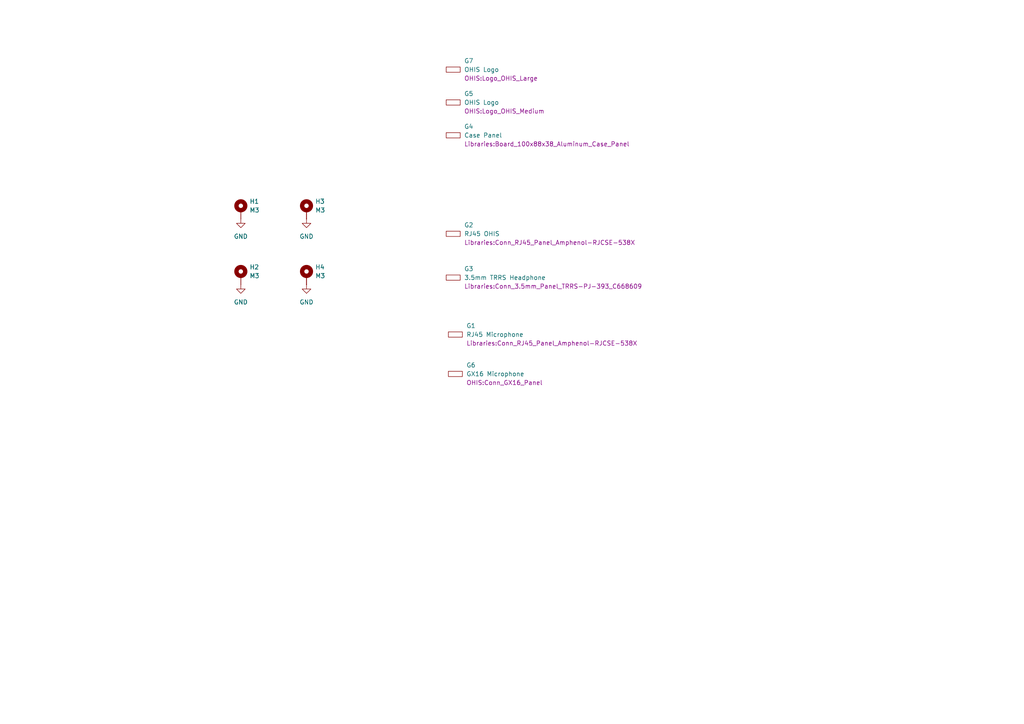
<source format=kicad_sch>
(kicad_sch (version 20250114) (generator "eeschema") (generator_version "9.0")
  (paper "A4")
  (lib_symbols
    (symbol "Libraries:Board_Artwork" (in_bom no)
      (property "Reference" "G" (at 0 0 0))
      (property "Value" "Board_Artwork" (at 0 2.032 0))
      (symbol "Board_Artwork_0_1"
        (rectangle (start -2.032 -1.016) (end 2.032 -2.54))
      )
    )
    (symbol "Mechanical:MountingHole_Pad" (pin_numbers (hide yes)) (pin_names (offset 1.016) (hide yes)) (in_bom no)
      (property "Reference" "H" (at 0 6.35 0))
      (property "Value" "MountingHole_Pad" (at 0 4.445 0))
      (symbol "MountingHole_Pad_0_1"
        (circle (center 0 1.27) (radius 1.27) (stroke (width 1.27)))
      )
      (symbol "MountingHole_Pad_1_1"
        (pin input line (at 0 -2.54 90) (length 2.54) (name "1") (number "1"))
      )
    )
    (symbol "power:GND" (power) (pin_numbers (hide yes)) (pin_names (offset 0) (hide yes))
      (property "Value" "GND" (at 0 -3.81 0))
      (symbol "GND_0_1"
        (polyline (pts (xy 0 0) (xy 0 -1.27) (xy 1.27 -1.27) (xy 0 -2.54) (xy -1.27 -1.27) (xy 0 -1.27)))
      )
      (symbol "GND_1_1"
        (pin power_in line (at 0 0 270) (length 0) (name "~") (number "1"))
      )
    )
  )
  (symbol (lib_id "Mechanical:MountingHole_Pad") (at 88.9 60.96 0) (unit 1) (in_bom no)
    (property "Reference" "H3" (at 91.44 58.4199 0) (effects (justify left)))
    (property "Value" "M3" (at 91.44 60.9599 0) (effects (justify left)))
    (property "Footprint" "MountingHole:MountingHole_3.2mm_M3_DIN965_Pad" (effects (hide yes)))
    (property "Description" "Mounting Hole with connection" (effects (hide yes)))
  )
  (symbol (lib_id "Libraries:Board_Artwork") (at 131.445 37.465 0) (unit 1) (in_bom no)
    (property "Reference" "G4" (at 134.62 36.7029 0) (effects (justify left)))
    (property "Value" "Case Panel" (at 134.62 39.2429 0) (effects (justify left)))
    (property "Footprint" "Libraries:Board_100x88x38_Aluminum_Case_Panel" (at 134.62 41.7829 0) (effects (justify left)))
  )
  (symbol (lib_id "Libraries:Board_Artwork") (at 132.08 95.25 0) (unit 1) (in_bom no)
    (property "Reference" "G1" (at 135.255 94.4879 0) (effects (justify left)))
    (property "Value" "RJ45 Microphone" (at 135.255 97.0279 0) (effects (justify left)))
    (property "Footprint" "Libraries:Conn_RJ45_Panel_Amphenol-RJCSE-538X" (at 135.255 99.5679 0) (effects (justify left)))
  )
  (symbol (lib_id "power:GND") (at 69.85 63.5 0) (unit 1)
    (property "Reference" "#PWR01" (effects (hide yes)))
    (property "Value" "GND" (at 69.85 68.58 0))
    (property "Description" "Power symbol creates a global label with name \"GND\" , ground" (effects (hide yes)))
  )
  (symbol (lib_id "Mechanical:MountingHole_Pad") (at 69.85 60.96 0) (unit 1) (in_bom no)
    (property "Reference" "H1" (at 72.39 58.4199 0) (effects (justify left)))
    (property "Value" "M3" (at 72.39 60.9599 0) (effects (justify left)))
    (property "Footprint" "MountingHole:MountingHole_3.2mm_M3_DIN965_Pad" (effects (hide yes)))
    (property "Description" "Mounting Hole with connection" (effects (hide yes)))
  )
  (symbol (lib_id "power:GND") (at 88.9 82.55 0) (unit 1)
    (property "Reference" "#PWR04" (effects (hide yes)))
    (property "Value" "GND" (at 88.9 87.63 0))
    (property "Description" "Power symbol creates a global label with name \"GND\" , ground" (effects (hide yes)))
  )
  (symbol (lib_id "Mechanical:MountingHole_Pad") (at 88.9 80.01 0) (unit 1) (in_bom no)
    (property "Reference" "H4" (at 91.44 77.4699 0) (effects (justify left)))
    (property "Value" "M3" (at 91.44 80.0099 0) (effects (justify left)))
    (property "Footprint" "MountingHole:MountingHole_3.2mm_M3_DIN965_Pad" (effects (hide yes)))
    (property "Description" "Mounting Hole with connection" (effects (hide yes)))
  )
  (symbol (lib_id "power:GND") (at 69.85 82.55 0) (unit 1)
    (property "Reference" "#PWR02" (effects (hide yes)))
    (property "Value" "GND" (at 69.85 87.63 0))
    (property "Description" "Power symbol creates a global label with name \"GND\" , ground" (effects (hide yes)))
  )
  (symbol (lib_id "Mechanical:MountingHole_Pad") (at 69.85 80.01 0) (unit 1) (in_bom no)
    (property "Reference" "H2" (at 72.39 77.4699 0) (effects (justify left)))
    (property "Value" "M3" (at 72.39 80.0099 0) (effects (justify left)))
    (property "Footprint" "MountingHole:MountingHole_3.2mm_M3_DIN965_Pad" (effects (hide yes)))
    (property "Description" "Mounting Hole with connection" (effects (hide yes)))
  )
  (symbol (lib_id "Libraries:Board_Artwork") (at 131.445 27.94 0) (unit 1) (in_bom no)
    (property "Reference" "G5" (at 134.62 27.1779 0) (effects (justify left)))
    (property "Value" "OHIS Logo" (at 134.62 29.7179 0) (effects (justify left)))
    (property "Footprint" "OHIS:Logo_OHIS_Medium" (at 134.62 32.2579 0) (effects (justify left)))
  )
  (symbol (lib_id "Libraries:Board_Artwork") (at 132.08 106.68 0) (unit 1) (in_bom no)
    (property "Reference" "G6" (at 135.255 105.9179 0) (effects (justify left)))
    (property "Value" "GX16 Microphone" (at 135.255 108.4579 0) (effects (justify left)))
    (property "Footprint" "OHIS:Conn_GX16_Panel" (at 135.255 110.9979 0) (effects (justify left)))
  )
  (symbol (lib_id "Libraries:Board_Artwork") (at 131.445 18.415 0) (unit 1) (in_bom no)
    (property "Reference" "G7" (at 134.62 17.6529 0) (effects (justify left)))
    (property "Value" "OHIS Logo" (at 134.62 20.1929 0) (effects (justify left)))
    (property "Footprint" "OHIS:Logo_OHIS_Large" (at 134.62 22.7329 0) (effects (justify left)))
  )
  (symbol (lib_id "Libraries:Board_Artwork") (at 131.445 66.04 0) (unit 1) (in_bom no)
    (property "Reference" "G2" (at 134.62 65.2779 0) (effects (justify left)))
    (property "Value" "RJ45 OHIS" (at 134.62 67.8179 0) (effects (justify left)))
    (property "Footprint" "Libraries:Conn_RJ45_Panel_Amphenol-RJCSE-538X" (at 134.62 70.3579 0) (effects (justify left)))
  )
  (symbol (lib_id "power:GND") (at 88.9 63.5 0) (unit 1)
    (property "Reference" "#PWR03" (effects (hide yes)))
    (property "Value" "GND" (at 88.9 68.58 0))
    (property "Description" "Power symbol creates a global label with name \"GND\" , ground" (effects (hide yes)))
  )
  (symbol (lib_id "Libraries:Board_Artwork") (at 131.445 78.74 0) (unit 1) (in_bom no)
    (property "Reference" "G3" (at 134.62 77.9779 0) (effects (justify left)))
    (property "Value" "3.5mm TRRS Headphone" (at 134.62 80.5179 0) (effects (justify left)))
    (property "Footprint" "Libraries:Conn_3.5mm_Panel_TRRS-PJ-393_C668609" (at 134.62 83.0579 0) (effects (justify left)))
  )
)
</source>
